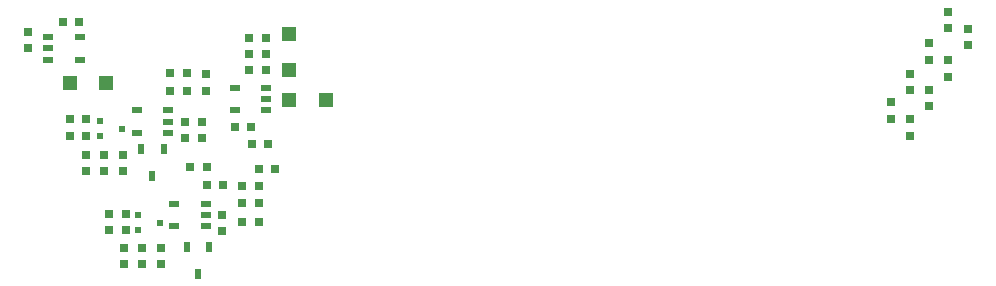
<source format=gbp>
G04*
G04 #@! TF.GenerationSoftware,Altium Limited,Altium Designer,24.3.1 (35)*
G04*
G04 Layer_Color=128*
%FSLAX25Y25*%
%MOIN*%
G70*
G04*
G04 #@! TF.SameCoordinates,5149264C-F6EF-45E8-801D-D6D5ED924B73*
G04*
G04*
G04 #@! TF.FilePolarity,Positive*
G04*
G01*
G75*
%ADD14R,0.03150X0.03150*%
%ADD16R,0.03150X0.03150*%
%ADD17R,0.03740X0.02362*%
%ADD54R,0.05118X0.05118*%
%ADD55R,0.01968X0.01968*%
%ADD56R,0.01968X0.03543*%
%ADD57R,0.05118X0.05118*%
D14*
X87520Y19370D02*
D03*
X87520Y13858D02*
D03*
X106713Y-27087D02*
D03*
Y-21575D02*
D03*
X112707Y-21575D02*
D03*
Y-27087D02*
D03*
X119114Y-21575D02*
D03*
Y-27087D02*
D03*
X131712Y-52677D02*
D03*
Y-58189D02*
D03*
X119311Y-58189D02*
D03*
Y-52677D02*
D03*
X152185Y-41653D02*
D03*
Y-47165D02*
D03*
X145394Y-16063D02*
D03*
Y-10551D02*
D03*
X146575Y5197D02*
D03*
Y-315D02*
D03*
X381366Y-15228D02*
D03*
Y-9717D02*
D03*
X374972Y-9669D02*
D03*
Y-4157D02*
D03*
X387765Y-5421D02*
D03*
Y91D02*
D03*
X381366Y-197D02*
D03*
Y5315D02*
D03*
X394188Y4437D02*
D03*
Y9949D02*
D03*
X387789Y10051D02*
D03*
Y15563D02*
D03*
X400587Y14921D02*
D03*
Y20433D02*
D03*
X394188Y20508D02*
D03*
Y26020D02*
D03*
X125305Y-52677D02*
D03*
Y-58189D02*
D03*
X139586Y-10551D02*
D03*
Y-16063D02*
D03*
D16*
X104449Y22520D02*
D03*
X98937D02*
D03*
X101300Y-9665D02*
D03*
X106811D02*
D03*
X101299Y-15276D02*
D03*
X106811D02*
D03*
X114390Y-46772D02*
D03*
X119902D02*
D03*
X114390Y-41260D02*
D03*
X119902D02*
D03*
X152480Y-31811D02*
D03*
X146968D02*
D03*
X141457Y-25807D02*
D03*
X146968D02*
D03*
X169803Y-26289D02*
D03*
X164291D02*
D03*
X164291Y-31909D02*
D03*
X158780D02*
D03*
X164291Y-37707D02*
D03*
X158780D02*
D03*
X158780Y-43917D02*
D03*
X164291D02*
D03*
X134764Y-315D02*
D03*
X140276D02*
D03*
Y5591D02*
D03*
X134764D02*
D03*
X156220Y-12421D02*
D03*
X161732D02*
D03*
X167441Y-18130D02*
D03*
X161929D02*
D03*
X161142Y11988D02*
D03*
X166654D02*
D03*
X166653Y17303D02*
D03*
X161142D02*
D03*
X161142Y6476D02*
D03*
X166654D02*
D03*
D17*
X104646Y10118D02*
D03*
Y17598D02*
D03*
X94016D02*
D03*
X94016Y13858D02*
D03*
Y10118D02*
D03*
X123543Y-6811D02*
D03*
Y-14291D02*
D03*
X134173D02*
D03*
Y-10551D02*
D03*
Y-6811D02*
D03*
X156220Y669D02*
D03*
Y-6811D02*
D03*
X166850D02*
D03*
Y-3071D02*
D03*
Y669D02*
D03*
X136142Y-37913D02*
D03*
Y-45394D02*
D03*
X146772D02*
D03*
X146772Y-41653D02*
D03*
X146772Y-37913D02*
D03*
D54*
X101308Y2398D02*
D03*
X113504Y2441D02*
D03*
X174528Y-3474D02*
D03*
X186723Y-3430D02*
D03*
D55*
X111339Y-15472D02*
D03*
Y-10354D02*
D03*
X118622Y-12913D02*
D03*
X124134Y-46772D02*
D03*
Y-41653D02*
D03*
X131417Y-44213D02*
D03*
D56*
X128858Y-28858D02*
D03*
X132598Y-19803D02*
D03*
X125118D02*
D03*
X144020Y-61335D02*
D03*
X147760Y-52280D02*
D03*
X140279D02*
D03*
D57*
X174528Y6476D02*
D03*
X174484Y18672D02*
D03*
M02*

</source>
